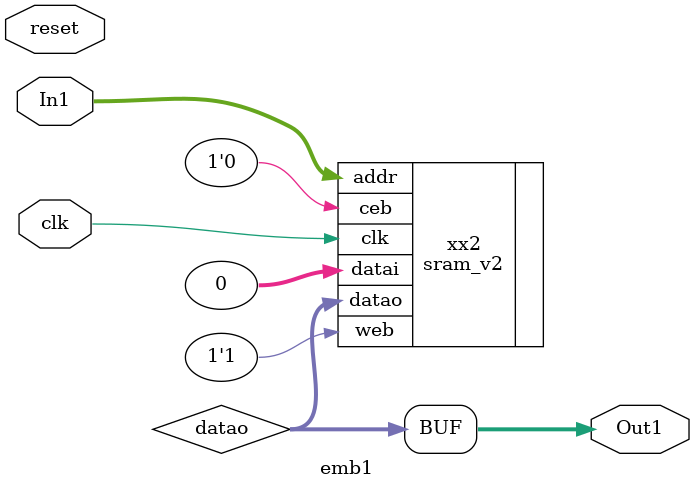
<source format=v>


`timescale 1 ns / 1 ns

module emb1
(clk,
reset,
In1,
Out1);


input   clk;
input   reset;
input   [10:0] In1;           
output  [31:0] Out1;           

wire [31:0] datao;


sram_v2 xx2(
.clk	(	clk	),
.ceb	(	1'b0	),
.web	(	1'b1	),
.datai	(	32'd0	),
.addr	(	In1	),
.datao  (	datao	)
);

assign Out1 = datao[31:0];


endmodule         


</source>
